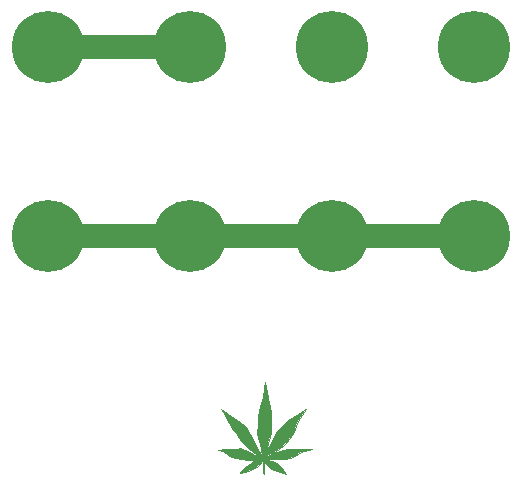
<source format=gbr>
G04 #@! TF.GenerationSoftware,KiCad,Pcbnew,(5.1.9-0-10_14)*
G04 #@! TF.CreationDate,2021-02-15T21:42:09-08:00*
G04 #@! TF.ProjectId,shatnoir,73686174-6e6f-4697-922e-6b696361645f,rev?*
G04 #@! TF.SameCoordinates,Original*
G04 #@! TF.FileFunction,Copper,L1,Top*
G04 #@! TF.FilePolarity,Positive*
%FSLAX46Y46*%
G04 Gerber Fmt 4.6, Leading zero omitted, Abs format (unit mm)*
G04 Created by KiCad (PCBNEW (5.1.9-0-10_14)) date 2021-02-15 21:42:09*
%MOMM*%
%LPD*%
G01*
G04 APERTURE LIST*
G04 #@! TA.AperFunction,NonConductor*
%ADD10C,2.000000*%
G04 #@! TD*
G04 #@! TA.AperFunction,EtchedComponent*
%ADD11C,0.100000*%
G04 #@! TD*
G04 #@! TA.AperFunction,ComponentPad*
%ADD12C,6.100000*%
G04 #@! TD*
G04 APERTURE END LIST*
D10*
X42750000Y-104750000D02*
X9500000Y-104750000D01*
X17750000Y-88750000D02*
X7750000Y-88750000D01*
D11*
G36*
X25215900Y-117950100D02*
G01*
X25317500Y-118432700D01*
X25431800Y-118889900D01*
X25514350Y-119220100D01*
X25577850Y-119601100D01*
X25622300Y-120121800D01*
X25622300Y-120655200D01*
X25571500Y-121239400D01*
X25508000Y-121760100D01*
X25365125Y-122255400D01*
X25066675Y-123271400D01*
X24853950Y-123220600D01*
X24619000Y-122306200D01*
X24445962Y-121442600D01*
X24461837Y-120655200D01*
X24514225Y-119994800D01*
X24676150Y-119220100D01*
X24911100Y-118407300D01*
X25038100Y-117632600D01*
X25101600Y-117111900D01*
X25215900Y-117950100D01*
G37*
X25215900Y-117950100D02*
X25317500Y-118432700D01*
X25431800Y-118889900D01*
X25514350Y-119220100D01*
X25577850Y-119601100D01*
X25622300Y-120121800D01*
X25622300Y-120655200D01*
X25571500Y-121239400D01*
X25508000Y-121760100D01*
X25365125Y-122255400D01*
X25066675Y-123271400D01*
X24853950Y-123220600D01*
X24619000Y-122306200D01*
X24445962Y-121442600D01*
X24461837Y-120655200D01*
X24514225Y-119994800D01*
X24676150Y-119220100D01*
X24911100Y-118407300D01*
X25038100Y-117632600D01*
X25101600Y-117111900D01*
X25215900Y-117950100D01*
G36*
X28060700Y-120083700D02*
G01*
X27819400Y-120579000D01*
X27616200Y-121036200D01*
X27355850Y-121556900D01*
X27082800Y-121912500D01*
X26771650Y-122325250D01*
X26301750Y-122718950D01*
X25800100Y-123055500D01*
X24695200Y-123652400D01*
X24720600Y-123322200D01*
X25025400Y-123271400D01*
X25273050Y-122833250D01*
X25488950Y-122369700D01*
X25654050Y-122039500D01*
X25838200Y-121747400D01*
X26003300Y-121429900D01*
X26282700Y-121074300D01*
X26562100Y-120756800D01*
X26892300Y-120464700D01*
X27235200Y-120236100D01*
X27616200Y-119982100D01*
X28009900Y-119715400D01*
X28543300Y-119321700D01*
X28060700Y-120083700D01*
G37*
X28060700Y-120083700D02*
X27819400Y-120579000D01*
X27616200Y-121036200D01*
X27355850Y-121556900D01*
X27082800Y-121912500D01*
X26771650Y-122325250D01*
X26301750Y-122718950D01*
X25800100Y-123055500D01*
X24695200Y-123652400D01*
X24720600Y-123322200D01*
X25025400Y-123271400D01*
X25273050Y-122833250D01*
X25488950Y-122369700D01*
X25654050Y-122039500D01*
X25838200Y-121747400D01*
X26003300Y-121429900D01*
X26282700Y-121074300D01*
X26562100Y-120756800D01*
X26892300Y-120464700D01*
X27235200Y-120236100D01*
X27616200Y-119982100D01*
X28009900Y-119715400D01*
X28543300Y-119321700D01*
X28060700Y-120083700D01*
G36*
X28073400Y-122738000D02*
G01*
X28505200Y-122763400D01*
X29083207Y-122773943D01*
X28403600Y-122928500D01*
X27971800Y-123119000D01*
X27628900Y-123334900D01*
X27209800Y-123500000D01*
X26676400Y-123588900D01*
X26231900Y-123614300D01*
X25654050Y-123595250D01*
X25076200Y-123576200D01*
X25012700Y-123500000D01*
X25228600Y-123436500D01*
X25235585Y-123385700D01*
X25551815Y-123258700D01*
X26085850Y-123030100D01*
X26638300Y-122826900D01*
X27032000Y-122712600D01*
X27476500Y-122712600D01*
X28073400Y-122738000D01*
G37*
X28073400Y-122738000D02*
X28505200Y-122763400D01*
X29083207Y-122773943D01*
X28403600Y-122928500D01*
X27971800Y-123119000D01*
X27628900Y-123334900D01*
X27209800Y-123500000D01*
X26676400Y-123588900D01*
X26231900Y-123614300D01*
X25654050Y-123595250D01*
X25076200Y-123576200D01*
X25012700Y-123500000D01*
X25228600Y-123436500D01*
X25235585Y-123385700D01*
X25551815Y-123258700D01*
X26085850Y-123030100D01*
X26638300Y-122826900D01*
X27032000Y-122712600D01*
X27476500Y-122712600D01*
X28073400Y-122738000D01*
G36*
X25641350Y-123741300D02*
G01*
X26193800Y-124020700D01*
X26520825Y-124347725D01*
X26655763Y-124577913D01*
X26887538Y-124847788D01*
X26581150Y-124763650D01*
X26327150Y-124687450D01*
X26149350Y-124623950D01*
X25774700Y-124490600D01*
X25415925Y-124296925D01*
X25155575Y-124011175D01*
X25031750Y-123849250D01*
X25095250Y-123887350D01*
X25069850Y-123823850D01*
X25133350Y-123652400D01*
X25641350Y-123741300D01*
G37*
X25641350Y-123741300D02*
X26193800Y-124020700D01*
X26520825Y-124347725D01*
X26655763Y-124577913D01*
X26887538Y-124847788D01*
X26581150Y-124763650D01*
X26327150Y-124687450D01*
X26149350Y-124623950D01*
X25774700Y-124490600D01*
X25415925Y-124296925D01*
X25155575Y-124011175D01*
X25031750Y-123849250D01*
X25095250Y-123887350D01*
X25069850Y-123823850D01*
X25133350Y-123652400D01*
X25641350Y-123741300D01*
G36*
X25000000Y-123284100D02*
G01*
X24788862Y-123477775D01*
X25007937Y-123573025D01*
X25758825Y-124115950D01*
X25577850Y-124211200D01*
X25000000Y-123754000D01*
X25012700Y-124846200D01*
X24898400Y-124706500D01*
X24892050Y-123817500D01*
X24936500Y-123817500D01*
X24555500Y-123601600D01*
X24269750Y-123449200D01*
X24434850Y-123169800D01*
X25000000Y-123284100D01*
G37*
X25000000Y-123284100D02*
X24788862Y-123477775D01*
X25007937Y-123573025D01*
X25758825Y-124115950D01*
X25577850Y-124211200D01*
X25000000Y-123754000D01*
X25012700Y-124846200D01*
X24898400Y-124706500D01*
X24892050Y-123817500D01*
X24936500Y-123817500D01*
X24555500Y-123601600D01*
X24269750Y-123449200D01*
X24434850Y-123169800D01*
X25000000Y-123284100D01*
G36*
X24866650Y-123766700D02*
G01*
X24498350Y-124198500D01*
X24060200Y-124471550D01*
X23679200Y-124611250D01*
X22929900Y-124776350D01*
X23412500Y-124249300D01*
X23806200Y-123982600D01*
X24174500Y-123779400D01*
X24644400Y-123703200D01*
X24669800Y-123703200D01*
X24866650Y-123766700D01*
G37*
X24866650Y-123766700D02*
X24498350Y-124198500D01*
X24060200Y-124471550D01*
X23679200Y-124611250D01*
X22929900Y-124776350D01*
X23412500Y-124249300D01*
X23806200Y-123982600D01*
X24174500Y-123779400D01*
X24644400Y-123703200D01*
X24669800Y-123703200D01*
X24866650Y-123766700D01*
G36*
X23002925Y-122703075D02*
G01*
X23339475Y-122798325D01*
X23603000Y-122890400D01*
X24301500Y-123296800D01*
X24331980Y-123324740D01*
X24339600Y-123309500D01*
X24339600Y-123322200D01*
X24331980Y-123324740D01*
X24250700Y-123487300D01*
X24644400Y-123627000D01*
X24434850Y-123652400D01*
X24041150Y-123677800D01*
X23564900Y-123677800D01*
X23120400Y-123614300D01*
X22637800Y-123500000D01*
X22244100Y-123385700D01*
X21837700Y-123157100D01*
X21520200Y-122928500D01*
X21113800Y-122801500D01*
X21761500Y-122750700D01*
X22294900Y-122712600D01*
X22758450Y-122706250D01*
X23002925Y-122703075D01*
G37*
X23002925Y-122703075D02*
X23339475Y-122798325D01*
X23603000Y-122890400D01*
X24301500Y-123296800D01*
X24331980Y-123324740D01*
X24339600Y-123309500D01*
X24339600Y-123322200D01*
X24331980Y-123324740D01*
X24250700Y-123487300D01*
X24644400Y-123627000D01*
X24434850Y-123652400D01*
X24041150Y-123677800D01*
X23564900Y-123677800D01*
X23120400Y-123614300D01*
X22637800Y-123500000D01*
X22244100Y-123385700D01*
X21837700Y-123157100D01*
X21520200Y-122928500D01*
X21113800Y-122801500D01*
X21761500Y-122750700D01*
X22294900Y-122712600D01*
X22758450Y-122706250D01*
X23002925Y-122703075D01*
G36*
X21596400Y-119524900D02*
G01*
X21913900Y-119766200D01*
X22479050Y-120083700D01*
X23075950Y-120515500D01*
X23450600Y-120896500D01*
X23850650Y-121461650D01*
X24447550Y-122642750D01*
X24746000Y-123207900D01*
X24758700Y-123220600D01*
X24428500Y-123246000D01*
X24326900Y-123195200D01*
X23971300Y-122947550D01*
X23564900Y-122579250D01*
X23234700Y-122230000D01*
X22879100Y-121798200D01*
X22599700Y-121379100D01*
X22409200Y-121125100D01*
X22155200Y-120667900D01*
X21901200Y-120299600D01*
X21659900Y-119880500D01*
X21380500Y-119321700D01*
X21596400Y-119524900D01*
G37*
X21596400Y-119524900D02*
X21913900Y-119766200D01*
X22479050Y-120083700D01*
X23075950Y-120515500D01*
X23450600Y-120896500D01*
X23850650Y-121461650D01*
X24447550Y-122642750D01*
X24746000Y-123207900D01*
X24758700Y-123220600D01*
X24428500Y-123246000D01*
X24326900Y-123195200D01*
X23971300Y-122947550D01*
X23564900Y-122579250D01*
X23234700Y-122230000D01*
X22879100Y-121798200D01*
X22599700Y-121379100D01*
X22409200Y-121125100D01*
X22155200Y-120667900D01*
X21901200Y-120299600D01*
X21659900Y-119880500D01*
X21380500Y-119321700D01*
X21596400Y-119524900D01*
D12*
X42750000Y-104750000D03*
X6750000Y-88750000D03*
X42750000Y-88750000D03*
X30750000Y-88750000D03*
X18750000Y-88750000D03*
X6750000Y-104750000D03*
X30750000Y-104750000D03*
X18750000Y-104750000D03*
M02*

</source>
